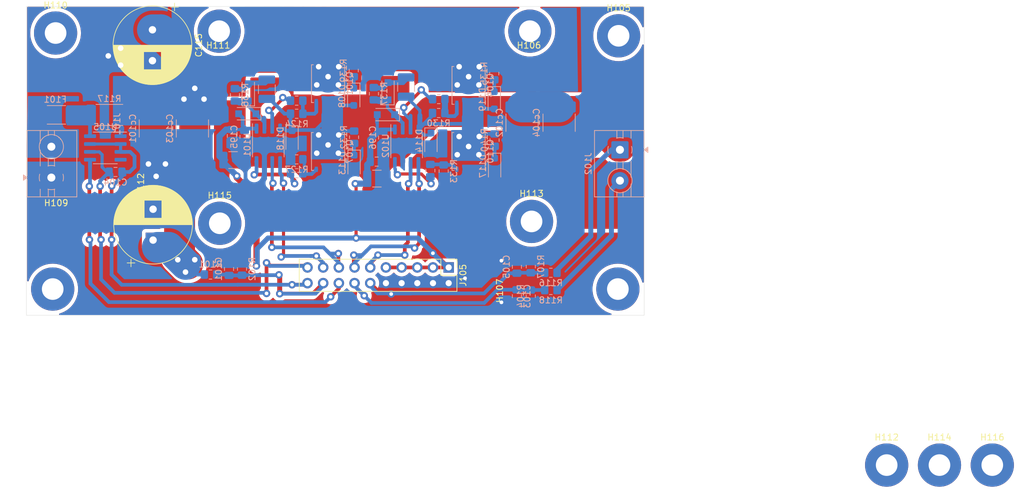
<source format=kicad_pcb>
(kicad_pcb (version 20240108) (generator "pcbnew") (generator_version "8.0")
  (layers (0 "F.Cu" mixed) (31 "B.Cu" mixed) (34 "B.Paste" user) (35 "F.Paste" user) (36 "B.SilkS" user "B.Silkscreen") (37 "F.SilkS" user "F.Silkscreen") (38 "B.Mask" user) (39 "F.Mask" user) (44 "Edge.Cuts" user))
  (net 0 "")
  (net 1 "/GH1_1")
  (net 2 "/GL1_1")
  (net 3 "/Vout-_Sense")
  (net 4 "/Vout+_Sense")
  (net 5 "/SL2")
  (net 6 "/GL2_1")
  (net 7 "GND")
  (net 8 "/GH2_1")
  (net 9 "+15V")
  (net 10 "/Vin_Sense")
  (net 11 "/PWM_H1")
  (net 12 "/PWM_L1")
  (net 13 "/PWM_H2")
  (net 14 "/PWM_L2")
  (net 15 "Net-(D103-A)")
  (net 16 "+BATT")
  (net 17 "/Iin_Sense")
  (net 18 "Net-(D111-A)")
  (net 19 "GNDA")
  (net 20 "+5VA")
  (net 21 "Net-(D102-K)")
  (net 22 "Net-(D108-A1)")
  (net 23 "Net-(D110-K)")
  (net 24 "Net-(D113-A1)")
  (net 25 "Net-(D117-A1)")
  (net 26 "Net-(D119-A1)")
  (net 27 "/Vbat+_Unf")
  (net 28 "Net-(U101-HO)")
  (net 29 "Net-(U101-LO)")
  (net 30 "Net-(U102-HO)")
  (net 31 "Net-(U102-LO)")
  (net 33 "/Vbat+_Fus")
  (net 34 "/SL1")
  (footprint "Connector_PinHeader_2.54mm:PinHeader_2x10_P2.54mm_Vertical" (layer "F.Cu") (at 135.359066 123.25 -90)
    (property "Reference" "J105")
    (property "Value" "Conn_02x03_Odd_Even")
  )
  (footprint "MountingHole:MountingHole_3.5mm_Pad" (layer "F.Cu") (at 214.819066 155.249116)
    (property "Reference" "H114")
    (property "Value" "MountingHole")
  )
  (footprint "MountingHole:MountingHole_3.5mm_Pad" (layer "F.Cu") (at 71.719066 85.299116)
    (property "Reference" "H110")
    (property "Value" "MountingHole")
  )
  (footprint "Capacitor_THT:CP_Radial_D12.5mm_P5.00mm" (layer "F.Cu") (at 87.4 84.776041 -90)
    (property "Reference" "C115")
    (property "Value" "80V 4700uF")
  )
  (footprint "MountingHole:MountingHole_3.5mm_Pad" (layer "F.Cu") (at 148.775 115.8)
    (property "Reference" "H113")
    (property "Value" "MountingHole")
  )
  (footprint "MountingHole:MountingHole_3.5mm_Pad" (layer "F.Cu") (at 98.2 85)
    (property "Reference" "H111")
    (property "Value" "MountingHole")
  )
  (footprint "MountingHole:MountingHole_3.5mm_Pad" (layer "F.Cu") (at 223.369066 155.249116)
    (property "Reference" "H116")
    (property "Value" "MountingHole")
  )
  (footprint "Capacitor_THT:CP_Radial_D12.5mm_P5.00mm" (layer "F.Cu") (at 87.5 118.823959 90)
    (property "Reference" "C112")
    (property "Value" "80V 4700uF")
  )
  (footprint "MountingHole:MountingHole_3.5mm_Pad" (layer "F.Cu") (at 71.25 126.75)
    (property "Reference" "H109")
    (property "Value" "MountingHole")
  )
  (footprint "MountingHole:MountingHole_3.5mm_Pad" (layer "F.Cu") (at 162.75 126.75)
    (property "Reference" "H107")
    (property "Value" "MountingHole")
  )
  (footprint "MountingHole:MountingHole_3.5mm_Pad" (layer "F.Cu") (at 98.3 116.1)
    (property "Reference" "H115")
    (property "Value" "MountingHole")
  )
  (footprint "MountingHole:MountingHole_3.5mm_Pad" (layer "F.Cu") (at 206.269066 155.249116)
    (property "Reference" "H112")
    (property "Value" "MountingHole")
  )
  (footprint "MountingHole:MountingHole_3.5mm_Pad" (layer "F.Cu") (at 162.869066 85.749116)
    (property "Reference" "H105")
    (property "Value" "MountingHole")
  )
  (footprint "MountingHole:MountingHole_3.5mm_Pad" (layer "F.Cu") (at 148.5 85)
    (property "Reference" "H106")
    (property "Value" "MountingHole")
  )
  (footprint "Zenite:TDSON-8-3" (layer "B.Cu") (at 115.83325 93.4933 90)
    (property "Reference" "Q101")
    (property "Value" "BSC093N15NS5")
  )
  (footprint "Capacitor_SMD:C_1210_3225Metric_Pad1.33x2.70mm_HandSolder" (layer "B.Cu") (at 100.45075 105.8683 180)
    (property "Reference" "C107" (hide yes))
    (property "Value" "10u")
  )
  (footprint "Capacitor_SMD:C_0805_2012Metric_Pad1.18x1.45mm_HandSolder" (layer "B.Cu") (at 100.25 101.9625 -90)
    (property "Reference" "C108" (hide yes))
    (property "Value" "100n")
  )
  (footprint "Capacitor_SMD:C_1210_3225Metric_Pad1.33x2.70mm_HandSolder" (layer "B.Cu") (at 105.9195 94.397 -90)
    (property "Reference" "C109" (hide yes))
    (property "Value" "4.7u")
  )
  (footprint "Resistor_SMD:R_0805_2012Metric_Pad1.20x1.40mm_HandSolder" (layer "B.Cu") (at 110.75 96.25 180)
    (property "Reference" "R103" (hide yes))
    (property "Value" "4R7")
  )
  (footprint "Resistor_SMD:R_0805_2012Metric_Pad1.20x1.40mm_HandSolder" (layer "B.Cu") (at 110.75 108 180)
    (property "Reference" "R106" (hide yes))
    (property "Value" "4R7" (hide yes))
  )
  (footprint "Package_SO:SOIC-8-1EP_3.9x4.9mm_P1.27mm_EP2.514x3.2mm" (layer "B.Cu") (at 106.15625 103.4125 -90)
    (property "Reference" "U101")
    (property "Value" "UCC27211DDAR")
  )
  (footprint "Resistor_SMD:R_0805_2012Metric_Pad1.20x1.40mm_HandSolder" (layer "B.Cu") (at 110.75 98.3683)
    (property "Reference" "R124")
    (property "Value" "10k")
  )
  (footprint "Resistor_SMD:R_0805_2012Metric_Pad1.20x1.40mm_HandSolder" (layer "B.Cu") (at 110.75 105.75)
    (property "Reference" "R127")
    (property "Value" "10k")
  )
  (footprint "Resistor_SMD:R_0805_2012Metric_Pad1.20x1.40mm_HandSolder" (layer "B.Cu") (at 133.73825 98.25)
    (property "Reference" "R130")
    (property "Value" "10k")
  )
  (footprint "Resistor_SMD:R_0805_2012Metric_Pad1.20x1.40mm_HandSolder" (layer "B.Cu") (at 134.5511 107.65395 90)
    (property "Reference" "R133")
    (property "Value" "10k")
  )
  (footprint "Zenite:TDSON-8-3" (layer "B.Cu") (at 115.83325 104.4683 90)
    (property "Reference" "Q107")
    (property "Value" "BSC093N15NS5")
  )
  (footprint "Capacitor_SMD:C_0805_2012Metric_Pad1.18x1.45mm_HandSolder" (layer "B.Cu") (at 102.30625 102.1 -90)
    (property "Reference" "C195")
    (property "Value" "1n")
  )
  (footprint "Diode_SMD:D_SOD-123F" (layer "B.Cu") (at 102.75625 98.3625 180)
    (property "Reference" "D102" (hide yes))
    (property "Value" "MBR2H100SFT3G")
  )
  (footprint "Diode_SMD:D_SOD-123F" (layer "B.Cu") (at 102.9195 94.905 90)
    (property "Reference" "D103" (hide yes))
    (property "Value" "B0530W")
  )
  (footprint "Resistor_SMD:R_0805_2012Metric_Pad1.20x1.40mm_HandSolder" (layer "B.Cu") (at 100.75 95.305 90)
    (property "Reference" "R136")
    (property "Value" "2R")
  )
  (footprint "Diode_SMD:D_SOD-123F" (layer "B.Cu") (at 110 102.5 -90)
    (property "Reference" "D118")
    (property "Value" "MM3Z15V")
  )
  (footprint "Zenite:TDSON-8-3" (layer "B.Cu") (at 138.58325 104.4683 90)
    (property "Reference" "Q110")
    (property "Value" "BSC093N15NS5")
  )
  (footprint "Zenite:TDSON-8-3" (layer "B.Cu") (at 138.58325 93.7733 90)
    (property "Reference" "Q104")
    (property "Value" "BSC093N15NS5")
  )
  (footprint "Resistor_SMD:R_0805_2012Metric_Pad1.20x1.40mm_HandSolder" (layer "B.Cu") (at 133.75 96 180)
    (property "Reference" "R111" (hide yes))
    (property "Value" "4R7")
  )
  (footprint "Resistor_SMD:R_0805_2012Metric_Pad1.20x1.40mm_HandSolder" (layer "B.Cu") (at 132.38825 107.5683 -90)
    (property "Reference" "R114" (hide yes))
    (property "Value" "4R7")
  )
  (footprint "Capacitor_SMD:C_1210_3225Metric_Pad1.33x2.70mm_HandSolder" (layer "B.Cu") (at 128.466251 94.0393 -90)
    (property "Reference" "C122" (hide yes))
    (property "Value" "4.7u")
  )
  (footprint "Capacitor_SMD:C_0805_2012Metric_Pad1.18x1.45mm_HandSolder" (layer "B.Cu") (at 123.70075 106.1183)
    (property "Reference" "C111" (hide yes))
    (property "Value" "100n")
  )
  (footprint "Package_SO:SOIC-8-1EP_3.9x4.9mm_P1.27mm_EP2.514x3.2mm" (layer "B.Cu") (at 128.55325 103.5558 -90)
    (property "Reference" "U102")
    (property "Value" "UCC27211DDAR")
  )
  (footprint "Capacitor_SMD:C_0805_2012Metric_Pad1.18x1.45mm_HandSolder" (layer "B.Cu") (at 124.75 102.2308 -90)
    (property "Reference" "C196")
    (property "Value" "1n")
  )
  (footprint "Diode_SMD:D_SOD-123F" (layer "B.Cu") (at 125.535751 94.7183 90)
    (property "Reference" "D111" (hide yes))
    (property "Value" "B0530W")
  )
  (footprint "Diode_SMD:D_SOD-123F" (layer "B.Cu") (at 125.19825 98.5058 180)
    (property "Reference" "D110" (hide yes))
    (property "Value" "MBR2H100SFT3G")
  )
  (footprint "Diode_SMD:D_SOD-123F" (layer "B.Cu") (at 132.48825 102.8683 -90)
    (property "Reference" "D114")
    (property "Value" "MM3Z15V")
  )
  (footprint "Resistor_SMD:R_0805_2012Metric_Pad1.20x1.40mm_HandSolder" (layer "B.Cu") (at 123.25 95.1183 90)
    (property "Reference" "R137")
    (property "Value" "2R")
  )
  (footprint "Capacitor_SMD:C_1210_3225Metric_Pad1.33x2.70mm_HandSolder" (layer "B.Cu") (at 123.73825 108.8683 180)
    (property "Reference" "C110" (hide yes))
    (property "Value" "10u")
  )
  (footprint "Capacitor_SMD:C_0805_2012Metric_Pad1.18x1.45mm_HandSolder" (layer "B.Cu") (at 81.417566 107.790316)
    (property "Reference" "C104")
    (property "Value" "100n")
  )
  (footprint "Diode_SMD:D_SOD-123F" (layer "B.Cu") (at 120.04325 106.4683 -90)
    (property "Reference" "D113")
    (property "Value" "SMF100A")
  )
  (footprint "Diode_SMD:D_SOD-123F" (layer "B.Cu") (at 142.73825 96.1863 -90)
    (property "Reference" "D119")
    (property "Value" "SMF100A")
  )
  (footprint "Resistor_SMD:R_0805_2012Metric_Pad1.20x1.40mm_HandSolder" (layer "B.Cu") (at 119.98825 91.3683 -90)
    (property "Reference" "R139")
    (property "Value" "0R")
  )
  (footprint "Resistor_SMD:R_2512_6332Metric_Pad1.40x3.35mm_HandSolder" (layer "B.Cu") (at 80.42779 98.559316 180)
    (property "Reference" "R117")
    (property "Value" "1.0mR 1% 5W 50ppm")
  )
  (footprint "Capacitor_SMD:C_2220_5650Metric" (layer "B.Cu") (at 87.869066 100.749116 -90)
    (property "Reference" "Cc101")
    (property "Value" "250V 1uF X7R ±10% 20mR 2220")
  )
  (footprint "Resistor_SMD:R_0805_2012Metric_Pad1.20x1.40mm_HandSolder" (layer "B.Cu") (at 151.9 126.9)
    (property "Reference" "R118")
    (property "Value" "?")
  )
  (footprint "Resistor_SMD:R_0805_2012Metric_Pad1.20x1.40mm_HandSolder" (layer "B.Cu") (at 142.73825 91.8683 -90)
    (property "Reference" "R135")
    (property "Value" "0R")
  )
  (footprint "Resistor_SMD:R_0805_2012Metric_Pad1.20x1.40mm_HandSolder" (layer "B.Cu") (at 101.9 123.5 90)
    (property "Reference" "R102")
    (property "Value" "?")
  )
  (footprint "Resistor_SMD:R_0805_2012Metric_Pad1.20x1.40mm_HandSolder" (layer "B.Cu") (at 148.65 127.9 -90)
    (property "Reference" "R104")
    (property "Value" "?")
  )
  (footprint "TerminalBlock:TerminalBlock_MaiXu_MX126-5.0-02P_1x02_P5.00mm" (layer "B.Cu") (at 163.086566 104.201316 -90)
    (property "Reference" "J102")
    (property "Value" "Screw_Terminal_01x02")
  )
  (footprint "Resistor_SMD:R_0805_2012Metric_Pad1.20x1.40mm_HandSolder" (layer "B.Cu") (at 120.04325 102.1663 -90)
    (property "Reference" "R132")
    (property "Value" "0R")
  )
  (footprint "Capacitor_SMD:C_2220_5650Metric" (layer "B.Cu") (at 147.23825 99.8183 -90)
    (property "Reference" "Cc102")
    (property "Value" "250V 1uF X7R ±10% 20mR 2220")
  )
  (footprint "Diode_SMD:D_SOD-123F" (layer "B.Cu") (at 119.98825 95.6183 -90)
    (property "Reference" "D108")
    (property "Value" "SMF100A")
  )
  (footprint "Resistor_SMD:R_0805_2012Metric_Pad1.20x1.40mm_HandSolder" (layer "B.Cu") (at 96.8 124.4 180)
    (property "Reference" "R101")
    (property "Value" "?")
  )
  (footprint "Zenite:S6125-F" (layer "B.Cu") (at 71.65229 98.451316 180)
    (property "Reference" "F101")
    (property "Value" "65V 20A 3mOhms Fuse")
  )
  (footprint "Capacitor_SMD:C_0805_2012Metric_Pad1.18x1.45mm_HandSolder" (layer "B.Cu") (at 146.4 123.15 -90)
    (property "Reference" "C105")
    (property "Value" "100n")
  )
  (footprint "Capacitor_SMD:C_2220_5650Metric" (layer "B.Cu") (at 153.23825 99.8183 -90)
    (property "Reference" "Cc104")
    (property "Value" "250V 1uF X7R ±10% 20mR 2220")
  )
  (footprint "TerminalBlock:TerminalBlock_MaiXu_MX126-5.0-02P_1x02_P5.00mm" (layer "B.Cu") (at 71.0325 108.701316 90)
    (property "Reference" "J101")
    (property "Value" "Screw_Terminal_01x02")
  )
  (footprint "Capacitor_SMD:C_0805_2012Metric_Pad1.18x1.45mm_HandSolder" (layer "B.Cu") (at 146.4 127.9 90)
    (property "Reference" "C103")
    (property "Value" "100n")
  )
  (footprint "Resistor_SMD:R_0805_2012Metric_Pad1.20x1.40mm_HandSolder" (layer "B.Cu") (at 142.79325 102.6343 -90)
    (property "Reference" "R140")
    (property "Value" "0R")
  )
  (footprint "Resistor_SMD:R_0805_2012Metric_Pad1.20x1.40mm_HandSolder" (layer "B.Cu") (at 151.9 124.1125)
    (property "Reference" "R116")
    (property "Value" "?")
  )
  (footprint "Diode_SMD:D_SOD-123F" (layer "B.Cu") (at 142.79325 106.9683 -90)
    (property "Reference" "D117")
    (property "Value" "SMF100A")
  )
  (footprint "Capacitor_SMD:C_0805_2012Metric_Pad1.18x1.45mm_HandSolder" (layer "B.Cu") (at 99.8 123.5 -90)
    (property "Reference" "C101")
    (property "Value" "100n")
  )
  (footprint "Package_SO:SOIC-8_3.9x4.9mm_P1.27mm" (layer "B.Cu") (at 79.766566 103.904116 180)
    (property "Reference" "U105")
    (property "Value" "INA283")
  )
  (footprint "Resistor_SMD:R_0805_2012Metric_Pad1.20x1.40mm_HandSolder" (layer "B.Cu") (at 148.65 123.1125 90)
    (property "Reference" "R107")
    (property "Value" "?")
  )
  (footprint "Capacitor_SMD:C_2220_5650Metric" (layer "B.Cu") (at 93.869066 100.749116 -90)
    (property "Reference" "Cc103")
    (property "Value" "250V 1uF X7R ±10% 20mR 2220")
  )
  (gr_rect (start 67 81) (end 167 131) (stroke (width 0.05)) (fill none) (layer "Edge.Cuts"))
  (segment (start 111.75 96.25) (end 111.75 98.31535) (width 0.6) (layer "B.Cu") (net 1))
  (segment (start 113.6317 98.3683) (end 111.69705 98.3683) (width 0.6) (layer "B.Cu") (net 1))
  (segment (start 113.92825 96.3933) (end 113.92825 98.07175) (width 0.6) (layer "B.Cu") (net 1))
  (segment (start 113.92825 98.07175) (end 113.6317 98.3683) (width 0.6) (layer "B.Cu") (net 1))
  (segment (start 111.75 98.31535) (end 111.69705 98.3683) (width 0.6) (layer "B.Cu") (net 1))
  (segment (start 111.90075 106.1183) (end 111.90075 105.8628) (width 0.508) (layer "B.Cu") (net 2))
  (segment (start 111.98825 108.1183) (end 111.98825 105.75) (width 0.508) (layer "B.Cu") (net 2))
  (segment (start 113.17825 108.1183) (end 113.92825 107.3683) (width 0.6) (layer "B.Cu") (net 2))
  (segment (start 111.98825 108.1183) (end 113.17825 108.1183) (width 0.6) (layer "B.Cu") (net 2))
  (segment (start 120.119066 126.249116) (end 120.119066 125.79) (width 0.6) (layer "F.Cu") (net 3))
  (segment (start 121.684975 127.815025) (end 120.119066 126.249116) (width 0.6) (layer "F.Cu") (net 3))
  (via (at 121.684975 127.815025) (size 1.2) (drill 0.6) (layers "F.Cu" "B.Cu") (net 3))
  (segment (start 143.2435 126.8625) (end 141.106 129) (width 0.6) (layer "B.Cu") (net 3))
  (segment (start 122.86995 129) (end 121.559975 127.690025) (width 0.6) (layer "B.Cu") (net 3))
  (segment (start 146.4 126.8625) (end 146.4375 126.9) (width 0.6) (layer "B.Cu") (net 3))
  (segment (start 150.9 126.9) (end 146.4375 126.9) (width 0.6) (layer "B.Cu") (net 3))
  (segment (start 146.4 126.8625) (end 146.4 126.9) (width 0.6) (layer "B.Cu") (net 3))
  (segment (start 146.4 126.8625) (end 143.2435 126.8625) (width 0.6) (layer "B.Cu") (net 3))
  (segment (start 120.119066 126.249116) (end 121.684975 127.815025) (width 0.6) (layer "B.Cu") (net 3))
  (segment (start 146.4375 126.8625) (end 146.4 126.9) (width 0.6) (layer "B.Cu") (net 3))
  (segment (start 141.106 129) (end 122.86995 129) (width 0.6) (layer "B.Cu") (net 3))
  (segment (start 121.559975 127.690025) (end 121.684975 127.815025) (width 0.6) (layer "B.Cu") (net 3))
  (segment (start 124.422132 127.553066) (end 122.659066 125.79) (width 0.6) (layer "F.Cu") (net 4))
  (segment (start 126.050755 127.553066) (end 124.422132 127.553066) (width 0.6) (layer "F.Cu") (net 4))
  (via (at 126.050755 127.553066) (size 1.2) (drill 0.6) (layers "F.Cu" "B.Cu") (net 4))
  (segment (start 126.155821 127.448) (end 126.050755 127.553066) (width 0.6) (layer "B.Cu") (net 4))
  (segment (start 123.85795 127.448) (end 129.25 127.448) (width 0.6) (layer "B.Cu") (net 4))
  (segment (start 145.1125 124.1875) (end 146.4 124.1875) (width 0.6) (layer "B.Cu") (net 4))
  (segment (start 146.4 124.1125) (end 150.9 124.1125) (width 0.6) (layer "B.Cu") (net 4))
  (segment (start 129.25 127.448) (end 126.155821 127.448) (width 0.6) (layer "B.Cu") (net 4))
  (segment (start 122.659066 126.249116) (end 123.85795 127.448) (width 0.6) (layer "B.Cu") (net 4))
  (segment (start 142.784552 125.7545) (end 143.5455 125.7545) (width 0.6) (layer "B.Cu") (net 4))
  (segment (start 129.25 127.448) (end 141.091052 127.448) (width 0.6) (layer "B.Cu") (net 4))
  (segment (start 141.091052 127.448) (end 142.784552 125.7545) (width 0.6) (layer "B.Cu") (net 4))
  (segment (start 146.325 124.1875) (end 146.4 124.1125) (width 0.6) (layer "B.Cu") (net 4))
  (segment (start 143.5455 125.7545) (end 145.1125 124.1875) (width 0.6) (layer "B.Cu") (net 4))
  (segment (start 138.58575 105.7158) (end 142.119066 109.249116) (width 5) (layer "F.Cu") (net 5))
  (segment (start 142.119066 109.249116) (end 142.166866 109.201316) (width 5) (layer "F.Cu") (net 5))
  (segment (start 142.166866 109.201316) (end 163.086566 109.201316) (width 5) (layer "F.Cu") (net 5))
  (segment (start 138.58575 103.7158) (end 138.58575 105.7158) (width 5) (layer "F.Cu") (net 5))
  (via (at 137.053275 102.053275) (size 2) (drill 0.9) (layers "F.Cu" "B.Cu") (net 5))
  (via (at 140.25 105) (size 2) (drill 0.9) (layers "F.Cu" "B.Cu") (net 5))
  (via (at 138.58325 103.6683) (size 2) (drill 0.9) (layers "F.Cu" "B.Cu") (net 5))
  (via (at 136.75 105) (size 2) (drill 0.9) (layers "F.Cu" "B.Cu") (net 5))
  (via (at 140.303275 102.053275) (size 2) (drill 0.9) (layers "F.Cu" "B.Cu") (net 5))
  (segment (start 142.73825 97.5863) (end 141.40125 97.5863) (width 0.6) (layer "B.Cu") (net 5))
  (segment (start 163.086566 109.201316) (end 161.70575 110.582132) (width 0.8) (layer "B.Cu") (net 5))
  (segment (start 142.79325 101.6343) (end 140.36725 101.6343) (width 0.6) (layer "B.Cu") (net 5))
  (segment (start 132.48825 101.8183) (end 131.35825 101.8183) (width 0.508) (layer "B.Cu") (net 5))
  (segment (start 131.37655 100) (end 137.94825 100) (width 0.6) (layer "B.Cu") (net 5))
  (segment (start 130.692102 97.827651) (end 130.692102 99.0683) (width 0.508) (layer "B.Cu") (net 5))
  (segment (start 130.692102 99.0683) (end 130.692102 99.8683) (width 0.8) (layer "B.Cu") (net 5))
  (segment (start 130.725902 99.9021) (end 130.692102 99.8683) (width 0.508) (layer "B.Cu") (net 5))
  (segment (start 130.692102 99.8683) (end 130.692102 100.684448) (width 0.8) (layer "B.Cu") (net 5))
  (segment (start 132.73825 98.6383) (end 131.37655 100) (width 0.6) (layer "B.Cu") (net 5))
  (segment (start 141.40125 97.5863) (end 140.48825 96.6733) (width 0.6) (layer "B.Cu") (net 5))
  (segment (start 130.45825 100.9183) (end 131.37655 100) (width 0.6) (layer "B.Cu") (net 5))
  (segment (start 137.94825 100) (end 137.94825 103.1833) (width 0.508) (layer "B.Cu") (net 5))
  (segment (start 130.692102 98.634335) (end 130.692102 99.0683) (width 0.8) (layer "B.Cu") (net 5))
  (segment (start 161.70575 118.09425) (end 152.9 126.9) (width 0.8) (layer "B.Cu") (net 5))
  (segment (start 137.94825 98.6183) (end 137.94825 100) (width 0.508) (layer "B.Cu") (net 5))
  (segment (start 132.73825 98.25) (end 132.73825 98.6383) (width 0.6) (layer "B.Cu") (net 5))
  (segment (start 140.36725 101.6343) (end 138.58325 103.4183) (width 0.6) (layer "B.Cu") (net 5))
  (segment (start 137.94825 96.6733) (end 137.94825 98.6183) (width 0.508) (layer "B.Cu") (net 5))
  (segment (start 140.48825 96.6733) (end 140.48825 101.9133) (width 0.508) (layer "B.Cu") (net 5))
  (segment (start 139.21825 96.6733) (end 139.21825 103.1833) (width 0.508) (layer "B.Cu") (net 5))
  (segment (start 131.35825 101.8183) (end 130.45825 100.9183) (width 0.508) (layer "B.Cu") (net 5))
  (segment (start 161.70575 110.582132) (end 161.70575 118.09425) (width 0.8) (layer "B.Cu") (net 5))
  (segment (start 128.466251 95.6018) (end 130.692102 97.827651) (width 0.508) (layer "B.Cu") (net 5))
  (segment (start 134.5511 106.65395) (end 135.9639 106.65395) (width 0.6) (layer "B.Cu") (net 6))
  (segment (start 134.46545 106.5683) (end 134.5511 106.65395) (width 0.6) (layer "B.Cu") (net 6))
  (segment (start 132.38825 106.5683) (end 134.46545 106.5683) (width 0.6) (layer "B.Cu") (net 6))
  (segment (start 135.9639 106.65395) (end 136.67825 107.3683) (width 0.6) (layer "B.Cu") (net 6))
  (segment (start 88 108.5) (end 88 95) (width 5) (layer "F.Cu") (net 7))
  (segment (start 125.199066 125.79) (end 135.359066 125.79) (width 0.6) (layer "F.Cu") (net 7))
  (segment (start 138 125) (end 137.21 125.79) (width 0.6) (layer "F.Cu") (net 7))
  (segment (start 137.21 125.79) (end 135.359066 125.79) (width 0.6) (layer "F.Cu") (net 7))
  (segment (start 88 95) (end 82 89) (width 5) (layer "F.Cu") (net 7))
  (segment (start 144.119066 120.999116) (end 144.369066 120.749116) (width 0.6) (layer "F.Cu") (net 7))
  (segment (start 144.119066 120.999116) (end 144.119066 127.749116) (width 0.6) (layer "F.Cu") (net 7))
  (via (at 80.25 89) (size 2) (drill 0.9) (layers "F.Cu" "B.Cu") (net 7))
  (via (at 143.9 128.9) (size 1.2) (drill 0.6) (layers "F.Cu" "B.Cu") (net 7))
  (via (at 86.75 106.5) (size 2) (drill 0.9) (layers "F.Cu" "B.Cu") (net 7))
  (via (at 82.25 90.5) (size 2) (drill 0.9) (layers "F.Cu" "B.Cu") (net 7))
  (via (at 143.9 122.15) (size 1.2) (drill 0.6) (layers "F.Cu" "B.Cu") (net 7))
  (via (at 89.5 106.5) (size 2) (drill 0.9) (layers "F.Cu" "B.Cu") (net 7))
  (via (at 88 108.5) (size 2) (drill 0.9) (layers "F.Cu" "B.Cu") (net 7))
  (via (at 138 125) (size 1.2) (drill 0.6) (layers "F.Cu" "B.Cu") (net 7))
  (via (at 82.25 87.75) (size 2) (drill 0.9) (layers "F.Cu" "B.Cu") (net 7))
  (segment (start 129.52826 104.53081) (end 130.668936 104.53081) (width 0.6) (layer "B.Cu") (net 7))
  (segment (start 128.55325 103.5558) (end 129.52826 104.53081) (width 0.6) (layer "B.Cu") (net 7))
  (segment (start 127.91825 104.1908) (end 128.55325 103.5558) (width 0.8) (layer "B.Cu") (net 7))
  (segment (start 128.55325 103.5558) (end 125.46575 103.5558) (width 0.6) (layer "B.Cu") (net 7))
  (segment (start 127.91825 106.1933) (end 127.91825 104.1908) (width 0.8) (layer "B.Cu") (net 7))
  (segment (start 125.199066 125.79) (end 125.239066 125.75) (width 0.6) (layer "B.Cu") (net 7))
  (segment (start 128.92825 103.1808) (end 128.55325 103.5558) (width 1) (layer "B.Cu") (net 7))
  (segment (start 137.94825 108.5683) (end 137.94825 112.833064) (width 0.6) (layer "B.Cu") (net 7))
  (segment (start 102.467975 109.023238) (end 102 109.491213) (width 0.6) (layer "B.Cu") (net 7))
  (segment (start 131.24825 104.2933) (end 132.11325 104.2933) (width 0.508) (layer "B.Cu") (net 7))
  (segment (start 125.239066 125.75) (end 137.25 125.75) (width 0.6) (layer "B.Cu") (net 7))
  (segment (start 128.55325 103.5558) (end 130.13575 103.5558) (width 1) (layer "B.Cu") (net 7))
  (segment (start 106.15625 103.4125) (end 107.44512 103.4125) (width 0.8) (layer "B.Cu") (net 7))
  (segment (start 128.55325 103.5558) (end 126.273503 103.5558) (width 0.6) (layer "B.Cu") (net 7))
  (segment (start 128.55325 103.5558) (end 130.51075 103.5558) (width 0.8) (layer "B.Cu") (net 7))
  (segment (start 87.941936 106.072614) (end 87.941936 106.92713) (width 5) (layer "B.Cu") (net 7))
  (segment (start 120.04325 107.8683) (end 117.73825 107.8683) (width 0.6) (layer "B.Cu") (net 7))
  (segment (start 87.941936 106.92713) (end 87.941936 114.321986) (width 5) (layer "B.Cu") (net 7))
  (segment (start 115.19825 112.503064) (end 115.98825 113.293064) (width 0.6) (layer "B.Cu") (net 7))
  (segment (start 146.4 128.9375) (end 148.6125 128.9375) (width 0.6) (layer "B.Cu") (net 7))
  (segment (start 151.73825 109.1183) (end 151.73825 105.8683) (width 5) (layer "B.Cu") (net 7))
  (segment (start 87.941936 106.072614) (end 92.965626 106.072614) (width 5) (layer "B.Cu") (net 7))
  (segment (start 102.467975 106.323025) (end 102.467975 109.023238) (width 0.6) (layer "B.Cu") (net 7))
  (segment (start 74.119066 114.499116) (end 71.36979 111.74984) (width 5) (layer "B.Cu") (net 7))
  (segment (start 144.163014 109.1183) (end 139.98825 113.293064) (width 5) (layer "B.Cu") (net 7))
  (segment (start 87.941936 114.321986) (end 88.119066 114.499116) (width 5) (layer "B.Cu") (net 7))
  (segment (start 140.48825 107.6183) (end 140.48825 112.793064) (width 0.6) (layer "B.Cu") (net 7))
  (segment (start 126.16625 103.6363) (end 125.28825 103.6363) (width 0.6) (layer "B.Cu") (net 7))
  (segment (start 124.73825 108.3058) (end 125.30075 108.8683) (width 1) (layer "B.Cu") (net 7))
  (segment (start 143.9 122.15) (end 143.9375 122.1125) (width 0.6) (layer "B.Cu") (net 7))
  (segment (start 102 109.491213) (end 102 109.923998) (width 0.6) (layer "B.Cu") (net 7))
  (segment (start 105.52125 106.05) (end 105.52125 108.8675) (width 0.8) (layer "B.Cu") (net 7))
  (segment (start 105.52125 108.8675) (end 105.25 109.13875) (width 0.8) (layer "B.Cu") (net 7))
  (segment (start 126.179627 103.649677) (end 126.16625 103.6363) (width 0.6) (layer "B.Cu") (net 7))
  (segment (start 115.19825 108.3933) (end 112.47325 111.1183) (width 0.6) (layer "B.Cu") (net 7))
  (segment (start 115.19825 108.3013) (end 115.19825 107.3683) (width 0.508) (layer "B.Cu") (net 7))
  (segment (start 109.98825 103.91175) (end 110 103.9) (width 0.6) (layer "B.Cu") (net 7))
  (segment (start 125.30075 114.9728) (end 126.119066 115.791116) (width 0.6) (layer "B.Cu") (net 7))
  (segment (start 139.21825 111.563064) (end 137.48825 113.293064) (width 0.6) (layer "B.Cu") (net 7))
  (segment (start 105.52125 106.05) (end 105.52125 106.996566) (width 0.8) (layer "B.Cu") (net 7))
  (segment (start 105.52125 106.996566) (end 105.54305 107.018366) (width 0.8) (layer "B.Cu") (net 7))
  (segment (start 116.46825 107.3683) (end 116.46825 112.813064) (width 0.6) (layer "B.Cu") (net 7))
  (segment (start 146.121836 128.9) (end 148.65 128.9) (width 0.6) (layer "B.Cu") (net 7))
  (segment (start 128.85325 103.5558) (end 129.55325 102.8558) (width 1) (layer "B.Cu") (net 7))
  (segment (start 127.525514 111.093064) (end 134.5511 111.093064) (width 0.6) (layer "B.Cu") (net 7))
  (segment (start 87.941936 106.07287) (end 88.369066 106.5) (width 5) (layer "B.Cu") (net 7))
  (segment (start 100.798025 110.548025) (end 103 112.75) (width 2) (layer "B.Cu") (net 7))
  (segment (start 116.46825 112.813064) (end 115.98825 113.293064) (width 0.6) (layer "B.Cu") (net 7))
  (segment (start 103 112.75) (end 104.5 114.25) (width 2) (layer "B.Cu") (net 7))
  (segment (start 124.73825 103.3083) (end 124.95325 103.0933) (width 0.6) (layer "B.Cu") (net 7))
  (segment (start 134.619436 115.791116) (end 138 119.17168) (width 0.6) (layer "B.Cu") (net 7))
  (segment (start 88.119066 114.499116) (end 74.119066 114.499116) (width 5) (layer "B.Cu") (net 7))
  (segment (start 117.73825 107.3683) (end 117.73825 107.8683) (width 0.6) (layer "B.Cu") (net 7))
  (segment (start 128.55325 103.5558) (end 128.85325 103.5558) (width 1) (layer "B.Cu") (net 7))
  (segment (start 143.9375 122.1125) (end 146.4 122.1125) (width 0.6) (layer "B.Cu") (net 7))
  (segment (start 146.4 122.1125) (end 148.65 122.1125) (width 0.6) (layer "B.Cu") (net 7))
  (segment (start 137.94825 107.3683) (end 137.94825 108.5683) (width 0.6) (layer "B.Cu") (net 7))
  (segment (start 126.273503 103.5558) (end 126.179627 103.649677) (width 0.6) (layer "B.Cu") (net 7))
  (segment (start 71.36979 108.701316) (end 71.36979 111.74984) (width 2) (layer "B.Cu") (net 7))
  (segment (start 151.73825 109.1183) (end 144.163014 109.1183) (width 5) (layer "B.Cu") (net 7))
  (segment (start 129.29075 104.2933) (end 128.55325 103.5558) (width 0.8) (layer "B.Cu") (net 7))
  (segment (start 102.01325 103.5055) (end 102.55625 102.9625) (width 0.6) (layer "B.Cu") (net 7))
  (segment (start 144.119066 114.043064) (end 143.369066 113.293064) (width 0.6) (layer "B.Cu") (net 7))
  (segment (start 144.119066 120.999116) (end 144.119066 114.043064) (width 0.6) (layer "B.Cu") (net 7))
  (segment (start 117.73825 111.543064) (end 115.98825 113.293064) (width 0.6) (layer "B.Cu") (net 7))
  (segment (start 106.15625 103.4125) (end 109.45045 103.4125) (width 0.6) (layer "B.Cu") (net 7))
  (segment (start 132.11325 104.2933) (end 132.48825 103.9183) (width 0.508) (layer "B.Cu") (net 7))
  (segment (start 100.75625 103) (end 105.74375 103) (width 0.508) (layer "B.Cu") (net 7))
  (segment (start 104.5 114.25) (end 106 114.25) (width 2) (layer "B.Cu") (net 7))
  (segment (start 140.48825 112.793064) (end 139.98825 113.293064) (width 0.6) (layer "B.Cu") (net 7))
  (segment (start 137.25 125.75) (end 138 125) (width 0.6) (layer "B.Cu") (net 7))
  (segment (start 130.51075 103.5558) (end 130.51075 103.1808) (width 1) (layer "B.Cu") (net 7))
  (segment (start 109.45045 103.4125) (end 109.95625 103.9183) (width 0.6) (layer "B.Cu") (net 7))
  (segment (start 130.51075 103.1808) (end 128.92825 103.1808) (width 1) (layer "B.Cu") (net 7))
  (segment (start 124.73825 106.1183) (end 124.73825 108.3058) (width 1) (layer "B.Cu") (net 7))
  (segment (start 105.25 109.13875) (end 105.25 110.13005) (width 0.8) (layer "B.Cu") (net 7))
  (segment (start 140.48825 107.3683) (end 140.48825 107.6183) (width 0.6) (layer "B.Cu") (net 7))
  (segment (start 126.119066 115.791116) (end 134.619436 115.791116) (width 0.6) (layer "B.Cu") (net 7))
  (segment (start 115.98825 113.293064) (end 137.48825 113.293064) (width 5) (layer "B.Cu") (net 7))
  (segment (start 105.52125 106.05) (end 105.52125 104.0475) (width 0.8) (layer "B.Cu") (net 7))
  (segment (start 96.485012 109.592) (end 97.441037 110.548025) (width 2) (layer "B.Cu") (net 7))
  (segment (start 134.5511 108.65395) (end 137.8626 108.65395) (width 0.6) (layer "B.Cu") (net 7))
  (segment (start 141.23825 108.3683) (end 140.48825 107.6183) (width 0.6) (layer "B.Cu") (net 7))
  (segment (start 97.441037 110.548025) (end 100.798025 110.548025) (width 2) (layer "B.Cu") (net 7))
  (segment (start 117.73825 107.8683) (end 117.73825 111.543064) (width 0.6) (layer "B.Cu") (net 7))
  (segment (start 105.74375 103) (end 106.15625 103.4125) (width 0.508) (layer "B.Cu") (net 7))
  (segment (start 143.9375 128.9375) (end 143.9 128.9) (width 0.6) (layer "B.Cu") (net 7))
  (segment (start 138 119.17168) (end 138 125) (width 0.6) (layer "B.Cu") (net 7))
  (segment (start 130.51075 103.5558) (end 131.24825 104.2933) (width 0.8) (layer "B.Cu") (net 7))
  (segment (start 137.8626 108.65395) (end 137.94825 108.5683) (width 0.6) (layer "B.Cu") (net 7))
  (segment (start 139.21825 107.3683) (end 139.21825 111.563064) (width 0.6) (layer "B.Cu") (net 7))
  (segment (start 104.808 113.404298) (end 104.451851 113.048149) (width 5) (layer "B.Cu") (net 7))
  (segment (start 124.64075 103.4058) (end 124.95325 103.0933) (width 0.508) (layer "B.Cu") (net 7))
  (segment (start 102 109.923998) (end 103.194302 111.1183) (width 0.6) (layer "B.Cu") (net 7))
  (segment (start 148.6125 128.9375) (end 148.65 128.9) (width 0.6) (layer "B.Cu") (net 7))
  (segment (start 88.369066 106.5) (end 87.941936 106.92713) (width 5) (layer "B.Cu") (net 7))
  (segment (start 104.919234 113.293064) (end 104.808 113.404298) (width 5) (layer "B.Cu") (net 7))
  (segment (start 130.13575 103.5558) (end 130.51075 103.1808) (width 1) (layer "B.Cu") (net 7))
  (segment (start 115.98825 113.293064) (end 104.919234 113.293064) (width 5) (layer "B.Cu") (net 7))
  (segment (start 124.73825 106.1183) (end 124.73825 103.3083) (width 0.6) (layer "B.Cu") (net 7))
  (segment (start 102.01325 105.8683) (end 102.01325 103.5055) (width 0.6) (layer "B.Cu") (net 7))
  (segment (start 87.941936 106.072614) (end 87.941936 106.07287) (width 5) (layer "B.Cu") (net 7))
  (segment (start 115.19825 107.3683) (end 115.19825 112.503064) (width 0.6) (layer "B.Cu") (net 7))
  (segment (start 105.52125 104.0475) (end 106.15625 103.4125) (width 0.8) (layer "B.Cu") (net 7))
  (segment (start 131.24825 104.2933) (end 129.29075 104.2933) (width 0.8) (layer "B.Cu") (net 7))
  (segment (start 125.30075 108.8683) (end 127.525514 111.093064) (width 0.6) (layer "B.Cu") (net 7))
  (segment (start 142.79325 108.3683) (end 141.23825 108.3683) (width 0.6) (layer "B.Cu") (net 7))
  (segment (start 151.73825 105.8683) (end 151.98825 105.6183) (width 5) (layer "B.Cu") (net 7))
  (segment (start 125.30075 108.8683) (end 125.30075 114.9728) (width 0.6) (layer "B.Cu") (net 7))
  (segment (start 80.25 89) (end 83.834471 89) (width 5) (layer "B.Cu") (net 7))
  (segment (start 146.4 128.9375) (end 143.9375 128.9375) (width 0.6) (layer "B.Cu") (net 7))
  (segment (start 115.19825 107.3683) (end 115.19825 108.3933) (width 0.6) (layer "B.Cu") (net 7))
  (segment (start 105.25 110.13005) (end 106.23825 111.1183) (width 0.8) (layer "B.Cu") (net 7))
  (segment (start 134.5511 111.093064) (end 134.5511 108.65395) (width 0.6) (layer "B.Cu") (net 7))
  (segment (start 102.01325 105.8683) (end 102.467975 106.323025) (width 0.6) (layer "B.Cu") (net 7))
  (segment (start 137.48825 113.293064) (end 139.98825 113.293064) (width 5) (layer "B.Cu") (net 7))
  (segment (start 109.98825 105.75) (end 109.98825 103.91175) (width 0.6) (layer "B.Cu") (net 7))
  (segment (start 137.94825 112.833064) (end 137.48825 113.293064) (width 0.6) (layer "B.Cu") (net 7))
  (segment (start 92.965626 106.072614) (end 96.485012 109.592) (width 5) (layer "B.Cu") (net 7))
  (segment (start 136.314656 98.75) (end 135.23825 98.75) (width 0.6) (layer "B.Cu") (net 8))
  (segment (start 134.75 96.25) (end 134.75 97.8063) (width 0.6) (layer "B.Cu") (net 8))
  (segment (start 134.75 97.594549) (end 134.73825 97.606299) (width 1) (layer "B.Cu") (net 8))
  (segment (start 134.75 96.25) (end 134.75 97.594549) (width 1) (layer "B.Cu") (net 8))
  (segment (start 135.23825 98.75) (end 134.73825 98.25) (width 0.6) (layer "B.Cu") (net 8))
  (segment (start 136.67825 96.6733) (end 136.67825 98.386406) (width 0.6) (layer "B.Cu") (net 8))
  (segment (start 136.67825 98.386406) (end 136.314656 98.75) (width 0.6) (layer "B.Cu") (net 8))
  (segment (start 120.369066 109.81588) (end 120.23825 109.685064) (width 0.508) (layer "F.Cu") (net 9))
  (segment (start 104.25 111.904106) (end 101.059975 108.714081) (width 1) (layer "F.Cu") (net 9))
  (segment (start 120.369066 118.491116) (end 120.369066 109.81588) (width 0.508) (layer "F.Cu") (net 9))
  (segment (start 132.804975 120.945025) (end 133.054091 120.945025) (width 0.6) (layer "F.Cu") (net 9))
  (segment (start 135.359066 123.25) (end 125.199066 123.25) (width 0.6) (layer "F.Cu") (net 9))
  (segment (start 104.25 122.991272) (end 104.25 111.904106) (width 1) (layer "F.Cu") (net 9))
  (segment (start 133.054091 120.945025) (end 135.359066 123.25) (width 0.6) (layer "F.Cu") (net 9))
  (segment (start 101.059975 108.714081) (end 101.059975 108.440025) (width 1) (layer "F.Cu") (net 9))
  (segment (start 104.237363 123.003909) (end 104.25 122.991272) (width 1) (layer "F.Cu") (net 9))
  (via (at 132.804975 120.945025) (size 1.2) (drill 0.6) (layers "F.Cu" "B.Cu") (net 9))
  (via (at 120.369066 118.491116) (size 1.2) (drill 0.6) (layers "F.Cu" "B.Cu") (net 9))
  (via (at 104.237363 123.003909) (size 1.2) (drill 0.6) (layers "F.Cu" "B.Cu") (net 9))
  (via (at 101.059975 108.440025) (size 1.2) (drill 0.6) (layers "F.Cu" "B.Cu") (net 9))
  (via (at 120.23825 109.685064) (size 1.2) (drill 0.6) (layers "F.Cu" "B.Cu") (net 9))
  (segment (start 125.86575 100.9183) (end 125.36575 100.9183) (width 0.6) (layer "B.Cu") (net 9))
  (segment (start 123.75325 98.5058) (end 123.75325 99.7683) (width 0.6) (layer "B.Cu") (net 9))
  (segment (start 103.46875 100.775) (end 103.46875 100.775) (width 0.6) (layer "B.Cu") (net 9))
  (segment (start 131.054975 119.195025) (end 132.054975 120.195025) (width 0.8) (layer "B.Cu") (net 9))
  (segment (start 101.35625 98.3625) (end 102 99.00625) (width 0.6) (layer "B.Cu") (net 9))
  (segment (start 103.46875 100.775) (end 102.96875 100.775) (width 0.6) (layer "B.Cu") (net 9))
  (segment (start 132.054975 120.195025) (end 132.804975 120.945025) (width 0.6) (layer "B.Cu") (net 9))
  (segment (start 100.75625 100.925) (end 102.24375 100.925) (width 0.508) (layer "B.Cu") (net 9))
  (segment (start 99.22575 105.7308) (end 99.36325 105.8683) (width 0.6) (layer "B.Cu") (net 9))
  (segment (start 131.054975 119.195025) (end 132.804975 120.945025) (width 0.8) (layer "B.Cu") (net 9))
  (segment (start 123.79825 98.5058) (end 123.79825 100.8583) (width 0.508) (layer "B.Cu") (net 9))
  (segment (start 104.361066 122.880206) (end 104.361066 120.235665) (width 0.8) (layer "B.Cu") (net 9))
  (segment (start 102 100.26875) (end 102.40625 100.675) (width 0.6) (layer "B.Cu") (net 9))
  (segment (start 124.95325 101.3683) (end 124.95325 101.1333) (width 0.6) (layer "B.Cu") (net 9))
  (segment (start 104.361066 120.235665) (end 106.105615 118.491116) (width 0.8) (layer "B.Cu") (net 9))
  (segment (start 123.79825 100.8583) (end 123.73825 100.9183) (width 0.508) (layer "B.Cu") (net 9))
  (segment (start 122.17575 108.8683) (end 122.17575 106.6058) (width 1) (layer "B.Cu") (net 9))
  (segment (start 121.358986 109.685064) (end 120.23825 109.685064) (width 1) (layer "B.Cu") (net 9))
  (segment (start 124.73825 100.9183) (end 126.64825 100.9183) (width 0.6) (layer "B.Cu") (net 9))
  (segment (start 104.25125 100.775) (end 103.46875 100.775) (width 0.6) (layer "B.Cu") (net 9))
  (segment (start 99.325 100.925) (end 100.75625 100.925) (width 1) (layer "B.Cu") (net 9))
  (segment (start 122.66325 102.55505) (end 124.025 101.1933) (width 1) (layer "B.Cu") (net 9))
  (segment (start 104.237363 123.003909) (end 104.361066 122.880206) (width 0.8) (layer "B.Cu") (net 9))
  (segment (start 122.66325 106.1183) (end 122.66325 102.55505) (width 1) (layer "B.Cu") (net 9))
  (segment (start 122.17575 106.6058) (end 122.66325 106.1183) (width 1) (layer "B.Cu") (net 9))
  (segment (start 98.25 105.23005) (end 98.25 102) (width 1) (layer "B.Cu") (net 9))
  (segment (start 130.351066 118.491116) (end 131.054975 119.195025) (width 0.8) (layer "B.Cu") (net 9))
  (segment (start 102.24375 100.925) (end 102.55625 101.2375) (width 0.508) (layer "B.Cu") (net 9))
  (segment (start 132.804975 120.945025) (end 135.359066 123.499116) (width 0.8) (layer "B.Cu") (net 9))
  (segment (start 98.25 102) (end 99.325 100.925) (width 1) (layer "B.Cu") (net 9))
  (segment (start 124.025 101.1933) (end 124.75 101.1933) (width 1) (layer "B.Cu") (net 9))
  (segment (start 102 99.00625) (end 102 100.26875) (width 0.6) (layer "B.Cu") (net 9))
  (segment (start 98.88825 105.8683) (end 98.25 105.23005) (width 1) (layer "B.Cu") (net 9))
  (segment (start 124.95325 101.1333) (end 124.73825 100.9183) (width 0.6) (layer "B.Cu") (net 9))
  (segment (start 106.105615 118.491116) (end 130.351066 118.491116) (width 0.8) (layer "B.Cu") (net 9))
  (segment (start 101.059975 108.440025) (end 98.88825 106.2683) (width 1) (layer "B.Cu") (net 9))
  (segment (start 98.88825 106.2683) (end 98.88825 105.8683) (width 1) (layer "B.Cu") (net 9))
  (segment (start 108 127.5) (end 108 124.56995) (width 0.8) (layer "F.Cu") (net 10))
  (segment (start 113.329066 127.5) (end 115.039066 125.79) (width 0.6) (layer "F.Cu") (net 10))
  (segment (start 108 127.5) (end 113.329066 127.5) (width 0.6) (layer "F.Cu") (net 10))
  (via (at 107.880934 124.450884) (size 1.2) (drill 0.6) (layers "F.Cu" "B.Cu") (net 10))
  (via (at 108 127.5) (size 1.2) (drill 0.6) (layers "F.Cu" "B.Cu") (net 10))
  (segment (start 108 127.5) (end 113.788182 127.5) (width 0.6) (layer "B.Cu") (net 10))
  (segment (start 99.6625 124.4) (end 99.8 124.5375) (width 0.6) (layer "B.Cu") (net 10))
  (segment (start 101.9 124.5) (end 101.8625 124.5375) (width 0.6) (layer "B.Cu") (net 10))
  (segment (start 99.8 124.5375) (end 101.8625 124.5375) (width 0.6) (layer "B.Cu") (net 10))
  (segment (start 97.8 124.4) (end 99.6625 124.4) (width 0.6) (layer "B.Cu") (net 10))
  (segment (start 101.9 124.5) (end 107.831818 124.5) (width 0.6) (layer "B.Cu") (net 10))
  (segment (start 113.788182 127.5) (end 115.039066 126.249116) (width 0.6) (layer "B.Cu") (net 10))
  (segment (start 107.831818 124.5) (end 107.880934 124.450884) (width 0.6) (layer "B.Cu") (net 10))
  (segment (start 115.039066 122.515116) (end 115.039066 123.25) (width 0.6) (layer "F.Cu") (net 11))
  (segment (start 108.425932 109.6103) (end 108.351168 109.685064) (width 0.508) (layer "F.Cu") (net 11))
  (segment (start 108.619088 109.6103) (end 108.425932 109.6103) (width 0.508) (layer "F.Cu") (net 11))
  (segment (start 108.619088 109.6103) (end 108.619088 121.175253) (width 0.508) (layer "F.Cu") (net 11))
  (segment (start 113.931066 121.407116) (end 115.039066 122.515116) (width 0.6) (layer "F.Cu") (net 11))
  (segment (start 108.619088 121.175253) (end 108.23825 121.556091) (width 0.508) (layer "F.Cu") (net 11))
  (via (at 108.619088 109.6103) (size 1.2) (drill 0.6) (layers "F.Cu" "B.Cu") (net 11))
  (via (at 113.931066 121.407116) (size 1.2) (drill 0.6) (layers "F.Cu" "B.Cu") (net 11))
  (via (at 108.23825 121.556091) (size 1.2) (drill 0.6) (layers "F.Cu" "B.Cu") (net 11))
  (segment (start 108.06125 108.06125) (end 108.342 108.342) (width 0.6) (layer "B.Cu") (net 11))
  (segment (start 108.342 108.342) (end 108.342 109.333212) (width 0.6) (layer "B.Cu") (net 11))
  (segment (start 108.403225 121.391116) (end 113 121.391116) (width 0.6) (layer "B.Cu") (net 11))
  (segment (start 113 121.391116) (end 113.915066 121.391116) (width 0.6) (layer "B.Cu") (net 11))
  (segment (start 113.915066 121.391116) (end 113.931066 121.407116) (width 0.6) (layer "B.Cu") (net 11))
  (segment (start 108.23825 121.556091) (end 108.403225 121.391116) (width 0.6) (layer "B.Cu") (net 11))
  (segment (start 115.039066 122.499116) (end 115.039066 123.709116) (width 0.6) (layer "B.Cu") (net 11))
  (segment (start 113 121.391116) (end 113.931066 121.391116) (width 0.6) (layer "B.Cu") (net 11))
  (segment (start 113.931066 121.391116) (end 115.039066 122.499116) (width 0.6) (layer "B.Cu") (net 11))
  (segment (start 108.342 109.333212) (end 108.619088 109.6103) (width 0.6) (layer "B.Cu") (net 11))
  (segment (start 108.06125 106.05) (end 108.06125 108.06125) (width 0.6) (layer "B.Cu") (net 11))
  (segment (start 108.319085 109.310297) (end 108.619088 109.6103) (width 0.6) (layer "B.Cu") (net 11))
  (segment (start 106.73025 119.999116) (end 106.73025 109.7359) (width 0.6) (layer "F.Cu") (net 12))
  (segment (start 117.5 121) (end 117.5 123.170934) (width 0.6) (layer "F.Cu") (net 12))
  (segment (start 106.73025 109.7359) (end 106.84785 109.6183) (width 0.6) (layer "F.Cu") (net 12))
  (segment (start 117.5 123.170934) (end 117.579066 123.25) (width 0.6) (layer "F.Cu") (net 12))
  (via (at 117.5 121) (size 1.2) (drill 0.6) (layers "F.Cu" "B.Cu") (net 12))
  (via (at 106.73025 119.999116) (size 1.2) (drill 0.6) (layers "F.Cu" "B.Cu") (net 12))
  (via (at 106.911085 109.6103) (size 1.2) (drill 0.6) (layers "F.Cu" "B.Cu") (net 12))
  (segment (start 116.07995 121) (end 115.664975 120.585025) (width 0.6) (layer "B.Cu") (net 12))
  (segment (start 117.579066 122.499116) (end 117.579066 123.709116) (width 0.6) (layer "B.Cu") (net 12))
  (segment (start 117.5 121) (end 116.07995 121) (width 0.6) (layer "B.Cu") (net 12))
  (segment (start 106.911085 109.6103) (end 106.79125 109.490465) (width 0.508) (layer "B.Cu") (net 12))
  (segment (start 115.079066 119.999116) (end 115.664975 120.585025) (width 0.6) (layer "B.Cu") (net 12))
  (segment (start 115.664975 120.585025) (end 117.579066 122.499116) (width 0.6) (layer "B.Cu") (net 12))
  (segment (start 106.79125 109.490465) (end 106.79125 106.05) (width 0.508) (layer "B.Cu") (net 12))
  (segment (start 106.73025 119.999116) (end 115.079066 119.999116) (width 0.6) (layer "B.Cu") (net 12))
  (segment (start 120 123.130934) (end 120.119066 123.25) (width 0.6) (layer "F.Cu") (net 13))
  (segment (start 130.573842 109.685065) (end 130.573842 119.37044) (width 0.6) (layer "F.Cu") (net 13))
  (segment (start 129.835798 120.108484) (end 129.945166 119.999116) (width 0.8) (layer "F.Cu") (net 13))
  (segment (start 130.573842 119.37044) (end 129.945166 119.999116) (width 0.6) (layer "F.Cu") (net 13))
  (segment (start 120 121.25) (end 120 123.130934) (width 0.6) (layer "F.Cu") (net 13))
  (via (at 129.835798 120.108484) (size 1.2) (drill 0.6) (layers "F.Cu" "B.Cu") (net 13))
  (via (at 120 121.25) (size 1.2) (drill 0.6) (layers "F.Cu" "B.Cu") (net 13))
  (via (at 130.573842 109.685065) (size 1.2) (drill 0.6) (layers "F.Cu" "B.Cu") (net 13))
  (segment (start 122.059091 120.559091) (end 121.368182 121.25) (width 0.6) (layer "B.Cu") (net 13))
  (segment (start 120.119066 122.499116) (end 122.059091 120.559091) (width 0.6) (layer "B.Cu") (net 13))
  (segment (start 130.573842 109.685065) (end 130.45825 109.569473) (width 0.6) (layer "B.Cu") (net 13))
  (segment (start 121.368182 121.25) (end 120 121.25) (width 0.6) (layer "B.Cu") (net 13))
  (segment (start 120.119066 123.709116) (end 120.119066 122.499116) (width 0.6) (layer "B.Cu") (net 13))
  (segment (start 122.776182 119.842) (end 129.569314 119.842) (width 0.6) (layer "B.Cu") (net 13))
  (segment (start 129.569314 119.842) (end 129.835798 120.108484) (width 0.6) (layer "B.Cu") (net 13))
  (segment (start 122.059091 120.559091) (end 122.776182 119.842) (width 0.6) (layer "B.Cu") (net 13))
  (segment (start 130.45825 109.569473) (end 130.45825 106.1933) (width 0.6) (layer "B.Cu") (net 13))
  (segment (start 128.25 119.703069) (end 128.25 121.25) (width 0.6) (layer "F.Cu") (net 14))
  (segment (start 128.75 119.203069) (end 128.25 119.703069) (width 0.6) (layer "F.Cu") (net 14))
  (segment (start 123.908182 121.341818) (end 122.659066 122.590934) (width 0.6) (layer "F.Cu") (net 14))
  (segment (start 128.86584 109.685064) (end 128.75 109.800904) (width 0.6) (layer "F.Cu") (net 14))
  (segment (start 128.75 109.800904) (end 128.75 119.203069) (width 0.6) (layer "F.Cu") (net 14))
  (segment (start 123.908182 121.25) (end 123.908182 121.341818) (width 0.6) (layer "F.Cu") (net 14))
  (segment (start 122.659066 122.590934) (end 122.659066 123.25) (width 0.6) (layer "F.Cu") (net 14))
  (via (at 128.25 121.25) (size 1.2) (drill 0.6) (layers "F.Cu" "B.Cu") (net 14))
  (via (at 123.908182 121.25) (size 1.2) (drill 0.6) (layers "F.Cu" "B.Cu") (net 14))
  (via (at 128.86584 109.685064) (size 1.2) (drill 0.6) (layers "F.Cu" "B.Cu") (net 14))
  (segment (start 128.86584 109.685064) (end 129.18825 109.362654) (width 0.6) (layer "B.Cu") (net 14))
  (segment (start 129.18825 108) (end 129.18825 106.1933) (width 0.6) (layer "B.Cu") (net 14))
  (segment (start 129.18825 109.362654) (end 129.18825 108) (width 0.6) (layer "B.Cu") (net 14))
  (segment (start 128.25 121.25) (end 123.908182 121.25) (width 0.6) (layer "B.Cu") (net 14))
  (segment (start 122.659066 122.499116) (end 123.908182 121.25) (width 0.6) (layer "B.Cu") (net 14))
  (segment (start 129.18825 108.68825) (end 129.18825 108) (width 0.6) (layer "B.Cu") (net 14))
  (segment (start 122.659066 123.709116) (end 122.659066 122.499116) (width 0.6) (layer "B.Cu") (net 14))
  (segment (start 129.18825 106.1933) (end 129.18825 106.954509) (width 0.508) (layer "B.Cu") (net 14))
  (segment (start 102.9195 93.851) (end 103.3895 93.381) (width 0.8) (layer "B.Cu") (net 15))
  (segment (start 100.9195 94.3925) (end 102.032 94.3925) (width 0.8) (layer "B.Cu") (net 15))
  (segment (start 102.032 94.3925) (end 102.9195 93.505) (width 0.8) (layer "B.Cu") (net 15))
  (segment (start 105.627 93.381) (end 105.9195 93.0885) (width 0.8) (layer "B.Cu") (net 15))
  (segment (start 103.3895 93.381) (end 105.627 93.381) (width 0.8) (layer "B.Cu") (net 15))
  (segment (start 94.25 110.85) (end 94.25 94.25) (width 5) (layer "F.Cu") (net 16))
  (segment (start 93.1 122.7) (end 91.792 121.392) (width 5) (layer "F.Cu") (net 16))
  (segment (start 91.792 121.392) (end 91.792 113.308) (width 5) (layer "F.Cu") (net 16))
  (segment (start 91.792 113.308) (end 94.25 110.85) (width 5) (layer "F.Cu") (net 16))
  (via (at 114.303275 90.75) (size 2) (drill 0.9) (layers "F.Cu" "B.Cu") (net 16))
  (via (at 136.75 93.696725) (size 2) (drill 0.9) (layers "F.Cu" "B.Cu") (net 16))
  (via (at 92.5 96) (size 2) (drill 0.9) (layers "F.Cu" "B.Cu") (net 16))
  (via (at 137.053275 90.75) (size 2) (drill 0.9) (layers "F.Cu" "B.Cu") (net 16))
  (via (at 117.5 93.696725) (size 2) (drill 0.9) (layers "F.Cu" "B.Cu") (net 16))
  (via (at 94.25 122) (size 2) (drill 0.9) (layers "F.Cu" "B.Cu") (net 16))
  (via (at 117.553275 90.75) (size 2) (drill 0.9) (layers "F.Cu" "B.Cu") (net 16))
  (via (at 91.5 122) (size 2) (drill 0.9) (layers "F.Cu" "B.Cu") (net 16))
  (via (at 114 93.696725) (size 2) (drill 0.9) (layers "F.Cu" "B.Cu") (net 16))
  (via (at 138.58325 92.365025) (size 2) (drill 0.9) (layers "F.Cu" "B.Cu") (net 16))
  (via (at 140.25 93.696725) (size 2) (drill 0.9) (layers "F.Cu" "B.Cu") (net 16))
  (via (at 95.75 96) (size 2) (drill 0.9) (layers "F.Cu" "B.Cu") (net 16))
  (via (at 94.25 94.25) (size 2) (drill 0.9) (layers "F.Cu" "B.Cu") (net 16))
  (via (at 140.303275 90.75) (size 2) (drill 0.9) (layers "F.Cu" "B.Cu") (net 16))
  (via (at 92.75 124) (size 2) (drill 0.9) (layers "F.Cu" "B.Cu") (net 16))
  (via (at 115.83325 92.365025) (size 2) (drill 0.9) (layers "F.Cu" "B.Cu") (net 16))
  (segment (start 92.93224 88.935942) (end 94.004298 90.008) (width 2) (layer "B.Cu") (net 16))
  (segment (start 134.62025 88.7603) (end 138.58325 92.7233) (width 5) (layer "B.Cu") (net 16))
  (segment (start 95.8 124.4) (end 94.681818 124.4) (width 0.6) (layer "B.Cu") (net 16))
  (segment (start 82.562566 101.088616) (end 82.562566 100.580616) (width 0.508) (layer "B.Cu") (net 16))
  (segment (start 94.004298 90.008) (end 108.656 90.008) (width 2) (layer "B.Cu") (net 16))
  (segment (start 82.241566 99.79554) (end 83.47779 98.559316) (width 0.6) (layer "B.Cu") (net 16))
  (segment (start 92.93224 88.935942) (end 95.404298 91.408) (width 5) (layer "B.Cu") (net 16))
  (segment (start 153.23825 97.2683) (end 147.23825 97.2683) (width 5) (layer "B.Cu") (net 16))
  (segment (start 141.923364 88.7603) (end 147.23825 94.075186) (width 2) (layer "B.Cu") (net 16))
  (segment (start 87.4 84.776041) (end 88.772339 84.776041) (width 5) (layer "B.Cu") (net 16))
  (segment (start 82.241566 101.999116) (end 82.241566 101.581516) (width 0.508) (layer "B.Cu") (net 16))
  (segment (start 131.25 88.7603) (end 134.62025 88.7603) (width 5) (layer "B.Cu") (net 16))
  (segment (start 95.404298 93.095702) (end 92.5 96) (width 5) (layer "B.Cu") (net 16))
  (segment (start 133.47255 89.908) (end 134.62025 88.7603) (width 2) (layer "B.Cu") (net 16))
  (segment (start 109.9037 88.7603) (end 131.25 88.7603) (width 5) (layer "B.Cu") (net 16))
  (segment (start 95.404298 91.408) (end 95.404298 93.095702) (width 5) (layer "B.Cu") (net 16))
  (segment (start 88.772339 84.776041) (end 92.93224 88.935942) (width 5) (layer "B.Cu") (net 16))
  (segment (start 92.5 96) (end 85 96) (width 5) (layer "B.Cu") (net 16))
  (segment (start 131.25 88.7603) (end 132.3977 89.908) (width 2) (layer "B.Cu") (net 16))
  (segment (start 132.3977 89.908) (end 133.47255 89.908) (width 2) (layer "B.Cu") (net 16))
  (segment (start 147.23825 94.075186) (end 147.23825 97.2683) (width 2) (layer "B.Cu") (net 16))
  (segment (start 92.75 122.75) (end 90.007116 120.007116) (width 5) (layer "B.Cu") (net 16))
  (segment (start 82.241566 101.581516) (end 82.560566 101.262516) (width 0.508) (layer "B.Cu") (net 16))
  (segment (start 82.241566 101.999116) (end 82.241566 99.79554) (width 0.6) (layer "B.Cu") (net 16))
  (segment (start 115.83325 92.4433) (end 112.55395 89.164) (width 5) (layer "B.Cu") (net 16))
  (segment (start 108.656 90.008) (end 109.9037 88.7603) (width 2) (layer "B.Cu") (net 16))
  (segment (start 134.62025 88.7603) (end 141.923364 88.7603) (width 2) (layer "B.Cu") (net 16))
  (segment (start 90.007116 120.007116) (end 88.2 120.007116) (width 5) (layer "B.Cu") (net 16))
  (segment (start 77.17779 118.55784) (end 77.17779 110.1) (width 0.6) (layer "F.Cu") (net 17))
  (segment (start 117.579066 126.670934) (end 117.579066 125.79) (width 0.6) (layer "F.Cu") (net 17))
  (segment (start 116.25 128) (end 117.579066 126.670934) (width 0.6) (layer "F.Cu") (net 17))
  (segment (start 77.369066 118.749116) (end 77.17779 118.55784) (width 0.6) (layer "F.Cu") (net 17))
  (via (at 77.2 118.749116) (size 1.2) (drill 0.6) (layers "F.Cu" "B.Cu") (net 17))
  (via (at 77.17779 110.1) (size 1.2) (drill 0.6) (layers "F.Cu" "B.Cu") (net 17))
  (via (at 116.25 128) (size 1.2) (drill 0.6) (layers "F.Cu" "B.Cu") (net 17))
  (segment (start 77.369066 125.869066) (end 80.365116 128.865116) (width 0.6) (layer "B.Cu") (net 17))
  (segment (start 77.291566 106.309316) (end 77.291566 106.658132) (width 0.508) (layer "B.Cu") (net 17))
  (segment (start 77.291566 106.309316) (end 77.291566 107.01748) (width 0.6) (layer "B.Cu") (net 17))
  (segment (start 115.384884 128.865116) (end 116.25 128) (width 0.6) (layer "B.Cu") (net 17))
  (segment (start 77.17779 110.1) (end 77.291566 109.986224) (width 0.6) (layer "B.Cu") (net 17))
  (segment (start 77.291566 105.809116) (end 77.291566 106.309316) (width 0.508) (layer "B.Cu") (net 17))
  (segment (start 80.365116 128.865116) (end 115.384884 128.865116) (width 0.6) (layer "B.Cu") (net 17))
  (segment (start 77.291566 109.986224) (end 77.291566 105.809116) (width 0.6) (layer "B.Cu") (net 17))
  (segment (start 77.369066 118.749116) (end 77.369066 125.869066) (width 0.6) (layer "B.Cu") (net 17))
  (segment (start 123.535751 94.2058) (end 124.648251 94.2058) (width 0.8) (layer "B.Cu") (net 18))
  (segment (start 125.535751 93.3183) (end 127.940749 93.3183) (width 0.8) (layer "B.Cu") (net 18))
  (segment (start 124.648251 94.2058) (end 125.535751 93.3183) (width 0.8) (layer "B.Cu") (net 18))
  (segment (start 127.940749 93.3183) (end 128.535751 92.723298) (width 0.8) (layer "B.Cu") (net 18))
  (segment (start 80.785072 110.081703) (end 80.785072 118.749116) (width 0.6) (layer "F.Cu") (net 19))
  (segment (start 80.80823 110.058545) (end 80.785072 110.081703) (width 0.6) (layer "F.Cu") (net 19))
  (segment (start 112.23995 126.049116) (end 112.499066 125.79) (width 0.6) (layer "F.Cu") (net 19))
  (segment (start 110 126.049116) (end 112.23995 126.049116) (width 0.6) (layer "F.Cu") (net 19))
  (via (at 80.80823 110.058545) (size 1.2) (drill 0.6) (layers "F.Cu" "B.Cu") (net 19))
  (via (at 110 126.049116) (size 1.2) (drill 0.6) (layers "F.Cu" "B.Cu") (net 19))
  (via (at 80.785072 118.749116) (size 1.2) (drill 0.6) (layers "F.Cu" "B.Cu") (net 19))
  (segment (start 82.455066 108.532509) (end 82.455066 107.790316) (width 0.6) (layer "B.Cu") (net 19))
  (segment (start 81.228499 109.759076) (end 82.455066 108.532509) (width 0.6) (layer "B.Cu") (net 19))
  (segment (start 112.299066 126.049116) (end 112.499066 126.249116) (width 0.6) (layer "B.Cu") (net 19))
  (segment (start 82.455066 107.790316) (end 83.709684 107.790316) (width 0.6) (layer "B.Cu") (net 19))
  (segment (start 82.241566 103.269116) (end 79.514566 103.269116) (width 0.508) (layer "B.Cu") (net 19))
  (segment (start 79.514566 103.269116) (end 77.291566 103.269116) (width 0.508) (layer "B.Cu") (net 19))
  (segment (start 84.5 105.25) (end 83.789116 104.539116) (width 0.6) (layer "B.Cu") (net 19))
  (segment (start 82.241566 103.269116) (end 82.241566 104.539116) (width 0.508) (layer "B.Cu") (net 19))
  (segment (start 81.107699 109.759076) (end 81.228499 109.759076) (width 0.6) (layer "B.Cu") (net 19))
  (segment (start 84.5 107) (end 84.5 105.25) (width 0.6) (layer "B.Cu") (net 19))
  (segment (start 80.785072 124.415122) (end 82.427949 126.057999) (width 0.6) (layer "B.Cu") (net 19))
  (segment (start 80.785072 118.749116) (end 80.869066 118.749116) (width 0.6) (layer "B.Cu") (net 19))
  (segment (start 82.427949 126.057999) (end 101.201813 126.057999) (width 0.6) (layer "B.Cu") (net 19))
  (segment (start 101.201813 126.057999) (end 101.210696 126.049116) (width 0.6) (layer "B.Cu") (net 19))
  (segment (start 80.80823 110.058545) (end 81.107699 109.759076) (width 0.6) (layer "B.Cu") (net 19))
  (segment (start 101.210696 126.049116) (end 110 126.049116) (width 0.6) (layer "B.Cu") (net 19))
  (segment (start 83.709684 107.790316) (end 84.5 107) (width 0.6) (layer "B.Cu") (net 19))
  (segment (start 83.789116 104.539116) (end 82.241566 104.539116) (width 0.6) (layer "B.Cu") (net 19))
  (segment (start 82.926066 108.261316) (end 82.455066 107.790316) (width 0.508) (layer "B.Cu") (net 19))
  (segment (start 110 126.049116) (end 112.299066 126.049116) (width 0.6) (layer "B.Cu") (net 19))
  (segment (start 80.785072 118.749116) (end 80.785072 124.415122) (width 0.6) (layer "B.Cu") (net 19))
  (segment (start 106.464091 122.964091) (end 112.213157 122.964091) (width 0.6) (layer "F.Cu") (net 20))
  (segment (start 105.869066 122.499116) (end 105.869066 127.457116) (width 0.6) (layer "F.Cu") (net 20))
  (segment (start 105.999116 122.499116) (end 106.464091 122.964091) (width 0.6) (layer "F.Cu") (net 20))
  (segment (start 78.92779 110.304681) (end 78.92779 118.599837) (width 0.6) (layer "F.Cu") (net 20))
  (segment (start 78.92779 118.599837) (end 79.077069 118.749116) (width 0.6) (layer "F.Cu") (net 20))
  (segment (start 112.213157 122.964091) (end 112.499066 123.25) (width 0.6) (layer "F.Cu") (net 20))
  (segment (start 105.869066 122.499116) (end 105.999116 122.499116) (width 0.6) (layer "F.Cu") (net 20))
  (via (at 105.869066 122.499116) (size 1.2) (drill 0.6) (layers "F.Cu" "B.Cu") (net 20))
  (via (at 105.869066 127.457116) (size 1.2) (drill 0.6) (layers "F.Cu" "B.Cu") (net 20))
  (via (at 78.92779 110.1) (size 1.2) (drill 0.6) (layers "F.Cu" "B.Cu") (net 20))
  (via (at 79.077069 118.749116) (size 1.2) (drill 0.6) (layers "F.Cu" "B.Cu") (net 20))
  (segment (start 80.380066 107.790316) (end 80.380066 107.938816) (width 0.508) (layer "B.Cu") (net 20))
  (segment (start 78.92779 110.304681) (end 78.92779 109.242592) (width 0.6) (layer "B.Cu") (net 20))
  (segment (start 80.020566 107.790316) (end 80.380066 107.790316) (width 0.508) (layer "B.Cu") (net 20))
  (segment (start 80.76955 108.1798) (end 80.76955 108.651076) (width 0.6) (layer "B.Cu") (net 20))
  (segment (start 79.25 107.01975) (end 80.020566 107.790316) (width 0.508) (layer "B.Cu") (net 20))
  (segment (start 111.78995 123) (end 106.36995 123) (width 0.6) (layer "B.Cu") (net 20))
  (segment (start 105.869066 127.457116) (end 105.769066 127.357116) (width 0.6) (layer "B.Cu") (net 20))
  (segment (start 112.499066 123.709116) (end 111.78995 123) (width 0.6) (layer "B.Cu") (net 20))
  (segment (start 80.380066 107.790316) (end 80.76955 108.1798) (width 0.6) (layer "B.Cu") (net 20))
  (segment (start 81.257116 127.357116) (end 79.077069 125.177069) (width 0.6) (layer "B.Cu") (net 20))
  (segment (start 77.291566 104.539116) (end 78.789116 104.539116) (width 0.508) (layer "B.Cu") (net 20))
  (segment (start 79.25 105) (end 79.25 107.01975) (width 0.508) (layer "B.Cu") (net 20))
  (segment (start 79.077069 125.177069) (end 79.077069 118.749116) (width 0.6) (layer "B.Cu") (net 20))
  (segment (start 78.92779 109.242592) (end 80.380066 107.790316) (width 0.6) (layer "B.Cu") (net 20))
  (segment (start 106.36995 123) (end 105.869066 122.499116) (width 0.6) (layer "B.Cu") (net 20))
  (segment (start 77.291566 104.539116) (end 76.584171 104.539116) (width 0.508) (layer "B.Cu") (net 20))
  (segment (start 105.769066 127.357116) (end 81.257116 127.357116) (width 0.6) (layer "B.Cu") (net 20))
  (segment (start 78.789116 104.539116) (end 79.25 105) (width 0.508) (layer "B.Cu") (net 20))
  (segment (start 104.15625 98.3625) (end 105.06626 99.27251) (width 0.6) (layer "B.Cu") (net 21))
  (segment (start 101.832 96.2175) (end 101.832 96.6175) (width 0.6) (layer "B.Cu") (net 21))
  (segment (start 102.9195 97.12575) (end 104.15625 98.3625) (width 0.508) (layer "B.Cu") (net 21))
  (segment (start 100.9195 96.2175) (end 101.832 96.2175) (width 0.6) (layer "B.Cu") (net 21))
  (segment (start 102.5195 96.705) (end 102.9195 96.305) (width 0.6) (layer "B.Cu") (net 21))
  (segment (start 101.407 96.705) (end 100.9195 96.2175) (width 0.6) (layer "B.Cu") (net 21))
  (segment (start 100.9195 96.2175) (end 101.432 96.2175) (width 0.6) (layer "B.Cu") (net 21))
  (segment (start 102.9195 96.305) (end 102.3195 96.305) (width 0.6) (layer "B.Cu") (net 21))
  (segment (start 100.9195 96.2175) (end 102.832 96.2175) (width 0.8) (layer "B.Cu") (net 21))
  (segment (start 105.52125 100.775) (end 105.52125 99.7275) (width 0.6) (layer "B.Cu") (net 21))
  (segment (start 101.832 96.2175) (end 102.832 96.2175) (width 0.6) (layer "B.Cu") (net 21))
  (segment (start 105.52125 100.775) (end 105.52125 99.462498) (width 0.6) (layer "B.Cu") (net 21))
  (segment (start 101.9195 96.705) (end 102.5195 96.705) (width 0.6) (layer "B.Cu") (net 21))
  (segment (start 101.832 96.6175) (end 101.9195 96.705) (width 0.6) (layer "B.Cu") (net 21))
  (segment (start 101.9195 96.705) (end 101.407 96.705) (width 0.6) (layer "B.Cu") (net 21))
  (segment (start 105.52125 99.462498) (end 105.52125 99.0596) (width 0.6) (layer "B.Cu") (net 21))
  (segment (start 105.06626 99.27251) (end 105.331262 99.27251) (width 0.6) (layer "B.Cu") (net 21))
  (segment (start 102.3195 96.305) (end 101.9195 96.705) (width 0.6) (layer "B.Cu") (net 21))
  (segment (start 102.9195 96.305) (end 102.9195 97.12575) (width 0.508) (layer "B.Cu") (net 21))
  (segment (start 102.832 96.2175) (end 102.9195 96.305) (width 0.6) (layer "B.Cu") (net 21))
  (segment (start 105.52125 99.7275) (end 104.15625 98.3625) (width 0.6) (layer "B.Cu") (net 21))
  (segment (start 105.52125 99.462498) (end 105.331262 99.27251) (width 0.6) (layer "B.Cu") (net 21))
  (segment (start 101.432 96.2175) (end 101.9195 96.705) (width 0.6) (layer "B.Cu") (net 21))
  (segment (start 105.52125 99.0596) (end 105.45215 98.9905) (width 0.6) (layer "B.Cu") (net 21))
  (segment (start 119.98825 94.2183) (end 119.98825 92.3683) (width 0.6) (layer "B.Cu") (net 22))
  (segment (start 123.535751 96.0308) (end 125.448251 96.0308) (width 0.8) (layer "B.Cu") (net 23))
  (segment (start 125.448251 96.0308) (end 125.535751 96.1183) (width 0.6) (layer "B.Cu") (net 23))
  (segment (start 123.535751 96.0308) (end 124.448251 96.0308) (width 0.6) (layer "B.Cu") (net 23))
  (segment (start 124.448251 96.0308) (end 125.448251 96.0308) (width 0.6) (layer "B.Cu") (net 23))
  (segment (start 127.35325 99.2593) (end 127.35175 99.2593) (width 0.8) (layer "B.Cu") (net 23))
  (segment (start 125.448251 96.0308) (end 125.448251 97.355801) (width 0.508) (layer "B.Cu") (net 23))
  (segment (start 125.535751 96.1183) (end 124.654589 96.1183) (width 0.6) (layer "B.Cu") (net 23))
  (segment (start 127.35325 99.3058) (end 127.35325 99.2593) (width 0.8) (layer "B.Cu") (net 23))
  (segment (start 123.979599 96.474648) (end 124.298241 96.474648) (width 0.6) (layer "B.Cu") (net 23))
  (segment (start 123.535751 96.0308) (end 123.854393 96.0308) (width 0.6) (layer "B.Cu") (net 23))
  (segment (start 123.535751 96.0308) (end 123.979599 96.474648) (width 0.6) (layer "B.Cu") (net 23))
  (segment (start 127.91825 99.8708) (end 127.91825 100.9183) (width 0.6) (layer "B.Cu") (net 23))
  (segment (start 127.35175 99.2593) (end 126.59825 98.5058) (width 0.8) (layer "B.Cu") (net 23))
  (segment (start 125.535751 96.1183) (end 125.179403 96.474648) (width 0.6) (layer "B.Cu") (net 23))
  (segment (start 125.179403 96.474648) (end 124.298241 96.474648) (width 0.6) (layer "B.Cu") (net 23))
  (segment (start 123.854393 96.0308) (end 124.298241 96.474648) (width 0.6) (layer "B.Cu") (net 23))
  (segment (start 127.35325 99.3058) (end 127.91825 99.8708) (width 0.6) (layer "B.Cu") (net 23))
  (segment (start 124.654589 96.1183) (end 124.298241 96.474648) (width 0.6) (layer "B.Cu") (net 23))
  (segment (start 125.448251 97.355801) (end 126.59825 98.5058) (width 0.508) (layer "B.Cu") (net 23))
  (segment (start 124.390595 96.474648) (end 124.298241 96.474648) (width 0.6) (layer "B.Cu") (net 23))
  (segment (start 124.448251 96.416992) (end 124.390595 96.474648) (width 0.6) (layer "B.Cu") (net 23))
  (segment (start 120.04325 105.0683) (end 120.03825 105.0683) (width 0.6) (layer "B.Cu") (net 24))
  (segment (start 120.04325 105.0683) (end 120.04325 103.1663) (width 0.6) (layer "B.Cu") (net 24))
  (segment (start 142.79325 103.6343) (end 142.79325 105.5683) (width 0.6) (layer "B.Cu") (net 25))
  (segment (start 142.73825 94.7863) (end 142.73825 92.8683) (width 0.6) (layer "B.Cu") (net 26))
  (segment (start 106.609268 97.825582) (end 106.242992 97.825582) (width 0.508) (layer "F.Cu") (net 28))
  (segment (start 108.5 95.75) (end 108.5 95.93485) (width 0.508) (layer "F.Cu") (net 28))
  (segment (start 108.5 95.93485) (end 106.609268 97.825582) (width 0.508) (layer "F.Cu") (net 28))
  (via (at 106.242992 97.825582) (size 1.2) (drill 0.6) (layers "F.Cu" "B.Cu") (net 28))
  (via (at 108.5 95.75) (size 1.2) (drill 0.6) (layers "F.Cu" "B.Cu") (net 28))
  (segment (start 106.242992 97.825582) (end 106.79125 98.37384) (width 0.6) (layer "B.Cu") (net 28))
  (segment (start 106.79125 98.37384) (end 106.79125 100.775) (width 0.6) (layer "B.Cu") (net 28))
  (segment (start 108.82875 95.75) (end 109.69705 96.6183) (width 0.508) (layer "B.Cu") (net 28))
  (segment (start 108.5 95.75) (end 108.82875 95.75) (width 0.508) (layer "B.Cu") (net 28))
  (segment (start 109.4523 108.2023) (end 103.923675 108.2023) (width 0.6) (layer "F.Cu") (net 29))
  (segment (start 110.414198 109.164198) (end 109.4523 108.2023) (width 0.6) (layer "F.Cu") (net 29))
  (segment (start 103.923675 108.2023) (end 103.875975 108.25) (width 0.6) (layer "F.Cu") (net 29))
  (segment (start 110.414198 109.685064) (end 110.414198 109.164198) (width 0.6) (layer "F.Cu") (net 29))
  (via (at 110.414198 109.685064) (size 1.2) (drill 0.6) (layers "F.Cu" "B.Cu") (net 29))
  (via (at 103.875975 108.25) (size 1.2) (drill 0.6) (layers "F.Cu" "B.Cu") (net 29))
  (segment (start 110.027088 109.297954) (end 110.027088 108.395388) (width 0.6) (layer "B.Cu") (net 29))
  (segment (start 110.414198 109.685064) (end 110.027088 109.297954) (width 0.6) (layer "B.Cu") (net 29))
  (segment (start 110.027088 108.395388) (end 109.75 108.1183) (width 0.6) (layer "B.Cu") (net 29))
  (segment (start 104.25125 107.874725) (end 104.25125 106.05) (width 0.6) (layer "B.Cu") (net 29))
  (segment (start 103.875975 108.25) (end 104.25125 107.874725) (width 0.6) (layer "B.Cu") (net 29))
  (segment (start 104.18875 106.1125) (end 104.25125 106.05) (width 0.6) (layer "B.Cu") (net 29))
  (segment (start 130.923069 94.5) (end 130.923069 94.576931) (width 0.508) (layer "F.Cu") (net 30))
  (segment (start 128.1277 97.3723) (end 128.090159 97.3723) (width 0.508) (layer "F.Cu") (net 30))
  (segment (start 130.923069 94.576931) (end 128.1277 97.3723) (width 0.508) (layer "F.Cu") (net 30))
  (via (at 128.090159 97.3723) (size 1.2) (drill 0.6) (layers "F.Cu" "B.Cu") (net 30))
  (via (at 130.923069 94.5) (size 1.2) (drill 0.6) (layers "F.Cu" "B.Cu") (net 30))
  (segment (start 128.090159 98.270209) (end 129.18825 99.3683) (width 0.508) (layer "B.Cu") (net 30))
  (segment (start 129.18825 98.673072) (end 129.18825 100.1923) (width 0.6) (layer "B.Cu") (net 30))
  (segment (start 128.090159 97.3723) (end 128.090159 98.270209) (width 0.508) (layer "B.Cu") (net 30))
  (segment (start 132.423069 96) (end 132.75 96) (width 0.508) (layer "B.Cu") (net 30))
  (segment (start 130.923069 94.5) (end 132.423069 96) (width 0.508) (layer "B.Cu") (net 30))
  (segment (start 127.189189 108.1183) (end 130.933236 108.1183) (width 0.508) (layer "F.Cu") (net 31))
  (segment (start 127.071249 108.23624) (end 127.189189 108.1183) (width 0.508) (layer "F.Cu") (net 31))
  (segment (start 130.933236 108.1183) (end 132.5 109.685064) (width 0.508) (layer "F.Cu") (net 31))
  (via (at 132.5 109.685064) (size 1.2) (drill 0.6) (layers "F.Cu" "B.Cu") (net 31))
  (via (at 127.071249 108.23624) (size 1.2) (drill 0.6) (layers "F.Cu" "B.Cu") (net 31))
  (segment (start 132.5 109.685064) (end 132.38825 109.573314) (width 0.6) (layer "B.Cu") (net 31))
  (segment (start 127.071249 108.23624) (end 126.72525 107.890241) (width 0.508) (layer "B.Cu") (net 31))
  (segment (start 126.72525 107.890241) (end 126.72525 107.342186) (width 0.508) (layer "B.Cu") (net 31))
  (segment (start 126.72525 107.342186) (end 126.64825 107.265186) (width 0.508) (layer "B.Cu") (net 31))
  (segment (start 132.38825 109.573314) (end 132.38825 108.5683) (width 0.6) (layer "B.Cu") (net 31))
  (segment (start 126.64825 107.265186) (end 126.64825 106.1933) (width 0.508) (layer "B.Cu") (net 31))
  (segment (start 77.291566 101.999116) (end 77.291566 98.64554) (width 0.6) (layer "B.Cu") (net 33))
  (segment (start 77.291566 98.64554) (end 77.37779 98.559316) (width 0.6) (layer "B.Cu") (net 33))
  (segment (start 77.129766 101.837316) (end 77.291566 101.999116) (width 0.508) (layer "B.Cu") (net 33))
  (segment (start 77.291566 101.999116) (end 76.869066 101.999116) (width 0.508) (layer "B.Cu") (net 33))
  (segment (start 132.564942 98) (end 157.39325 98) (width 5) (layer "F.Cu") (net 34))
  (segment (start 127.146642 103.4183) (end 132.564942 98) (width 5) (layer "F.Cu") (net 34))
  (segment (start 115.83325 103.4183) (end 127.146642 103.4183) (width 5) (layer "F.Cu") (net 34))
  (segment (start 157.39325 98) (end 163.086566 103.693316) (width 5) (layer "F.Cu") (net 34))
  (via (at 115.83325 103.4183) (size 2) (drill 0.9) (layers "F.Cu" "B.Cu") (net 34))
  (via (at 117.553275 101.803275) (size 2) (drill 0.9) (layers "F.Cu" "B.Cu") (net 34))
  (via (at 117.5 104.75) (size 2) (drill 0.9) (layers "F.Cu" "B.Cu") (net 34))
  (via (at 114.303275 101.803275) (size 2) (drill 0.9) (layers "F.Cu" "B.Cu") (net 34))
  (via (at 114 104.75) (size 2) (drill 0.9) (layers "F.Cu" "B.Cu") (net 34))
  (segment (start 109.075 101.1) (end 110 101.1) (width 0.6) (layer "B.Cu") (net 34))
  (segment (start 108.5 100.775) (end 108.75 100.775) (width 0.6) (layer "B.Cu") (net 34))
  (segment (start 105.9195 95.9595) (end 106.4595 95.9595) (width 0.6) (layer "B.Cu") (net 34))
  (segment (start 152.9 123.65) (end 152.9 124.1125) (width 0.8) (layer "B.Cu") (net 34))
  (segment (start 110.5 101) (end 113.85155 101) (width 0.6) (layer "B.Cu") (net 34))
  (segment (start 118.19025 101.1663) (end 117.553275 101.803275) (width 0.6) (layer "B.Cu") (net 34))
  (segment (start 114.303275 101.803275) (end 114.23825 101.8683) (width 0.6) (layer "B.Cu") (net 34))
  (segment (start 108.06125 100.775) (end 108.06125 100.9175) (width 0.8) (layer "B.Cu") (net 34))
  (segment (start 108.776923 98.3683) (end 109.75 98.3683) (width 0.6) (layer "B.Cu") (net 34))
  (segment (start 108.5 100.775) (end 108.91295 100.775) (width 0.508) (layer "B.Cu") (net 34))
  (segment (start 117.73825 101.6183) (end 117.48825 101.8683) (width 0.6) (layer "B.Cu") (net 34))
  (segment (start 115.23325 96.3183) (end 115.23325 96.8683) (width 0.508) (layer "B.Cu") (net 34))
  (segment (start 117.553275 101.803275) (end 117.48825 101.8683) (width 0.6) (layer "B.Cu") (net 34))
  (segment (start 158.369066 118.180934) (end 152.9 123.65) (width 0.8) (layer "B.Cu") (net 34))
  (segment (start 115.23325 96.8683) (end 115.23325 96.4283) (width 0.6) (layer "B.Cu") (net 34))
  (segment (start 119.98825 97.0183) (end 118.36325 97.0183) (width 0.6) (layer "B.Cu") (net 34))
  (segment (start 120.04325 101.1663) (end 118.19025 101.1663) (width 0.6) (layer "B.Cu") (net 34))
  (segment (start 110.4 101.1) (end 110.5 101) (width 0.6) (layer "B.Cu") (net 34))
  (segment (start 115.23325 100.8733) (end 114.303275 101.803275) (width 0.6) (layer "B.Cu") (net 34))
  (segment (start 161.70575 104.201316) (end 158.369066 107.538) (width 0.8) (layer "B.Cu") (net 34))
  (segment (start 108.75 100.775) (end 109.075 101.1) (width 0.6) (layer "B.Cu") (net 34))
  (segment (start 118.36325 97.0183) (end 117.73825 96.3933) (width 0.6) (layer "B.Cu") (net 34))
  (segment (start 108.06125 100.775) (end 108.06125 101.23) (width 0.8) (layer "B.Cu") (net 34))
  (segment (start 109.75 98.3683) (end 109.75 100.85) (width 0.6) (layer "B.Cu") (net 34))
  (segment (start 117.73825 96.3933) (end 117.73825 101.6183) (width 0.6) (layer "B.Cu") (net 34))
  (segment (start 115.23325 96.8683) (end 115.23325 100.8733) (width 0.6) (layer "B.Cu") (net 34))
  (segment (start 106.4595 95.9595) (end 106.812541 96.312541) (width 0.6) (layer "B.Cu") (net 34))
  (segment (start 115.23325 96.4283) (end 115.19825 96.3933) (width 0.6) (layer "B.Cu") (net 34))
  (segment (start 105.9195 95.9595) (end 106.368123 95.9595) (width 0.6) (layer "B.Cu") (net 34))
  (segment (start 116.46825 96.3933) (end 116.46825 102.7833) (width 0.6) (layer "B.Cu") (net 34))
  (segment (start 116.46825 102.7833) (end 115.83325 103.4183) (width 0.6) (layer "B.Cu") (net 34))
  (segment (start 109.78455 98.3683) (end 109.94705 98.3683) (width 0.508) (layer "B.Cu") (net 34))
  (segment (start 158.369066 107.538) (end 158.369066 118.180934) (width 0.8) (layer "B.Cu") (net 34))
  (segment (start 109.75 100.85) (end 110 101.1) (width 0.6) (layer "B.Cu") (net 34))
  (segment (start 106.368123 95.9595) (end 108.776923 98.3683) (width 0.6) (layer "B.Cu") (net 34))
  (segment (start 113.85155 101) (end 115.23325 99.6183) (width 0.6) (layer "B.Cu") (net 34))
  (segment (start 108.06125 100.775) (end 108.5 100.775) (width 0.508) (layer "B.Cu") (net 34))
  (segment (start 115.23325 98.3683) (end 115.23325 99.6183) (width 0.508) (layer "B.Cu") (net 34))
  (segment (start 115.23325 96.8683) (end 115.23325 98.3683) (width 0.508) (layer "B.Cu") (net 34))
  (segment (start 110 101.1) (end 110.4 101.1) (width 0.6) (layer "B.Cu") (net 34))
  (zone (net 16) (net_name "+BATT") (layer "F.Cu") (priority 2) (connect_pads (clearance 0.6096)) (min_thickness 0.25) (fill yes (thermal_gap 0.5) (thermal_bridge_width 0.5))
    (polygon (pts (xy 91.65 81.1) (xy 149.5 81) (xy 149.5 95.5) (xy 91.65 95.6)))
  )
  (zone (net 5) (net_name "/SL2") (layer "F.Cu") (priority 5) (connect_pads (clearance 0.6096)) (min_thickness 0.25) (fill yes (thermal_gap 0.5) (thermal_bridge_width 0.5))
    (polygon (pts (xy 129 117) (xy 129 100.5) (xy 133.25 100.5) (xy 133.25 100.5) (xy 144 100.5) (xy 144 100.5) (xy 148 100.5) (xy 148 100.5) (xy 158.5 100.5) (xy 158.5 105.5) (xy 166 105.5) (xy 166 117)))
  )
  (zone (net 34) (net_name "/SL1") (layer "F.Cu") (priority 3) (connect_pads (clearance 0.762)) (min_thickness 0.381) (fill yes (thermal_gap 0.5) (thermal_bridge_width 0.5))
    (polygon (pts (xy 103.25 92.5) (xy 110.25 92.5) (xy 110.25 95.25) (xy 122 95.25) (xy 122 92.25) (xy 129 92.25) (xy 129 117) (xy 103.25 117)))
  )
  (zone (net 7) (net_name "GND") (layers "F&B.Cu") (connect_pads yes (clearance 0.6096)) (min_thickness 0.25) (fill yes (thermal_gap 0.1444) (thermal_bridge_width 0.7794))
    (polygon (pts (xy 67.119066 80.999116) (xy 67.119066 130.999116) (xy 167.119066 130.999116) (xy 167.119066 80.999116)))
  )
  (zone (net 33) (net_name "/Vbat+_Fus") (layer "B.Cu") (priority 1) (connect_pads yes (clearance 0.6096)) (min_thickness 0.25) (fill yes (thermal_gap 0.1444) (thermal_bridge_width 0.7794))
    (polygon (pts (xy 73.5 97) (xy 73.5 100.25) (xy 78.25 100.25) (xy 78.25 97)))
  )
  (zone (net 34) (net_name "/SL1") (layer "B.Cu") (priority 6) (connect_pads yes (clearance 0.6096)) (min_thickness 0.25) (fill yes (thermal_gap 0.1444) (thermal_bridge_width 0.7794))
    (polygon (pts (xy 114.75 95.5) (xy 118.25 95.5) (xy 118.25 105.75) (xy 113 105.75) (xy 113 100.75) (xy 114.75 100.75)))
  )
  (zone (net 16) (net_name "+BATT") (layer "B.Cu") (priority 4) (connect_pads yes (clearance 0.6096)) (min_thickness 0.25) (fill yes (thermal_gap 0.1444) (thermal_bridge_width 0.7794))
    (polygon (pts (xy 81 100.25) (xy 99.75 100.25) (xy 99.7 94.7) (xy 156.3 94.8) (xy 156.1 81.2) (xy 90.5 81) (xy 90.5 92.25) (xy 81 92.25)))
  )
  (zone (net 27) (net_name "/Vbat+_Unf") (layer "B.Cu") (connect_pads yes (clearance 0.6096)) (min_thickness 0.25) (fill yes (thermal_gap 0.1444) (thermal_bridge_width 0.7794))
    (polygon (pts (xy 67.25 95.5) (xy 75.5 95.5) (xy 75.5 105.5) (xy 67 105.5)))
  )
  (zone (net 5) (net_name "/SL2") (layer "B.Cu") (priority 6) (connect_pads yes (clearance 0.6096)) (min_thickness 0.25) (fill yes (thermal_gap 0.1444) (thermal_bridge_width 0.7794))
    (polygon (pts (xy 137.5 95.75) (xy 141 95.75) (xy 141 106) (xy 135.75 106) (xy 135.75 101) (xy 137.5 101)))
  )
)
</source>
